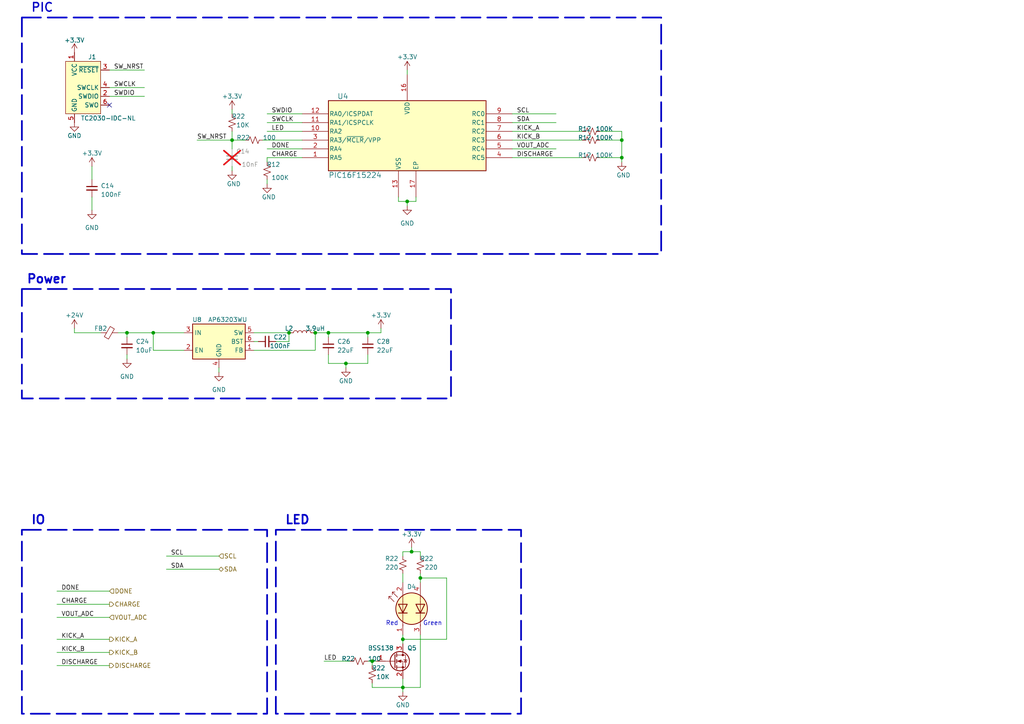
<source format=kicad_sch>
(kicad_sch (version 20230121) (generator eeschema)
  (paper "A4")
  (lib_symbols
    (symbol "Connector:Conn_ARM_SWD_TagConnect_TC2030-NL" (in_bom no)
      (property "Reference" "J" (at 2.54 11.43 0))
      (property "Value" "Conn_ARM_SWD_TagConnect_TC2030-NL" (at 2.54 8.89 0))
      (symbol "Conn_ARM_SWD_TagConnect_TC2030-NL_0_0"
        (pin power_in line (at -2.54 10.16 270) (length 2.54) (name "VCC") (number "1"))
        (pin bidirectional line (at 7.62 -2.54 180) (length 2.54) (name "SWDIO") (number "2"))
        (pin open_collector line (at 7.62 5.08 180) (length 2.54) (name "~{RESET}") (number "3"))
        (pin output line (at 7.62 0 180) (length 2.54) (name "SWCLK") (number "4"))
        (pin power_in line (at -2.54 -10.16 90) (length 2.54) (name "GND") (number "5"))
        (pin input line (at 7.62 -5.08 180) (length 2.54) (name "SWO") (number "6"))
      )
      (symbol "Conn_ARM_SWD_TagConnect_TC2030-NL_0_1"
        (rectangle (start -5.08 7.62) (end 5.08 -7.62) (fill (type background)))
      )
    )
    (symbol "Device:C_Small" (pin_numbers hide) (pin_names (offset 0.254) hide)
      (property "Reference" "C" (at 0.254 1.778 0))
      (property "Value" "C_Small" (at 0.254 -2.032 0))
      (symbol "C_Small_0_1"
        (polyline (pts (xy -1.524 -0.508) (xy 1.524 -0.508)) (stroke (width 0.3302)))
        (polyline (pts (xy -1.524 0.508) (xy 1.524 0.508)) (stroke (width 0.3048)))
      )
      (symbol "C_Small_1_1"
        (pin passive line (at 0 2.54 270) (length 2.032) (name "~") (number "1"))
        (pin passive line (at 0 -2.54 90) (length 2.032) (name "~") (number "2"))
      )
    )
    (symbol "Device:FerriteBead_Small" (pin_numbers hide) (pin_names (offset 0))
      (property "Reference" "FB" (at 1.905 1.27 0))
      (property "Value" "FerriteBead_Small" (at 1.905 -1.27 0))
      (symbol "FerriteBead_Small_0_1"
        (polyline (pts (xy 0 -1.27) (xy 0 -0.7874)))
        (polyline (pts (xy 0 0.889) (xy 0 1.2954)))
        (polyline (pts (xy -1.8288 0.2794) (xy -1.1176 1.4986) (xy 1.8288 -0.2032) (xy 1.1176 -1.4224) (xy -1.8288 0.2794)))
      )
      (symbol "FerriteBead_Small_1_1"
        (pin passive line (at 0 2.54 270) (length 1.27) (name "~") (number "1"))
        (pin passive line (at 0 -2.54 90) (length 1.27) (name "~") (number "2"))
      )
    )
    (symbol "Device:L" (pin_numbers hide) (pin_names (offset 1.016) hide)
      (property "Reference" "L" (at -1.27 0 90))
      (property "Value" "L" (at 1.905 0 90))
      (symbol "L_0_1"
        (arc (start 0 -2.54) (mid 0.6323 -1.905) (end 0 -1.27))
        (arc (start 0 -1.27) (mid 0.6323 -0.635) (end 0 0))
        (arc (start 0 0) (mid 0.6323 0.635) (end 0 1.27))
        (arc (start 0 1.27) (mid 0.6323 1.905) (end 0 2.54))
      )
      (symbol "L_1_1"
        (pin passive line (at 0 3.81 270) (length 1.27) (name "1") (number "1"))
        (pin passive line (at 0 -3.81 90) (length 1.27) (name "2") (number "2"))
      )
    )
    (symbol "Device:LED_Dual_KAKA" (pin_names (offset 0) hide)
      (property "Reference" "D" (at 0 5.715 0))
      (property "Value" "LED_Dual_KAKA" (at 0 -6.35 0))
      (symbol "LED_Dual_KAKA_0_1"
        (polyline (pts (xy -5.08 -2.54) (xy 2.032 -2.54)))
        (polyline (pts (xy -5.08 2.54) (xy 2.032 2.54)))
        (polyline (pts (xy -1.27 -1.27) (xy -1.27 -3.81)) (stroke (width 0.254)))
        (polyline (pts (xy -1.27 3.81) (xy -1.27 1.27)) (stroke (width 0.254)))
        (polyline (pts (xy 3.81 -2.54) (xy 1.905 -2.54)))
        (polyline (pts (xy 3.81 2.54) (xy 1.905 2.54)))
        (polyline (pts (xy 1.27 -1.27) (xy 1.27 -3.81) (xy -1.27 -2.54) (xy 1.27 -1.27)) (stroke (width 0.254)))
        (polyline (pts (xy 1.27 3.81) (xy 1.27 1.27) (xy -1.27 2.54) (xy 1.27 3.81)) (stroke (width 0.254)))
        (polyline (pts (xy 2.032 5.08) (xy 3.556 6.604) (xy 2.794 6.604) (xy 3.556 6.604) (xy 3.556 5.842)))
        (polyline (pts (xy 3.302 4.064) (xy 4.826 5.588) (xy 4.064 5.588) (xy 4.826 5.588) (xy 4.826 4.826)))
        (circle (center 0 0) (radius 4.572) (stroke (width 0.254)) (fill (type background)))
      )
      (symbol "LED_Dual_KAKA_1_1"
        (pin input line (at -7.62 2.54 0) (length 3.048) (name "A1") (number "1"))
        (pin input line (at 7.62 2.54 180) (length 3.81) (name "K1") (number "2"))
        (pin input line (at -7.62 -2.54 0) (length 3.048) (name "A2") (number "3"))
        (pin input line (at 7.62 -2.54 180) (length 3.81) (name "K2") (number "4"))
      )
    )
    (symbol "Device:R_Small_US" (pin_numbers hide) (pin_names (offset 0.254) hide)
      (property "Reference" "R" (at 0.762 0.508 0))
      (property "Value" "R_Small_US" (at 0.762 -1.016 0))
      (symbol "R_Small_US_1_1"
        (polyline (pts (xy 0 0) (xy 1.016 -0.381) (xy 0 -0.762) (xy -1.016 -1.143) (xy 0 -1.524)))
        (polyline (pts (xy 0 1.524) (xy 1.016 1.143) (xy 0 0.762) (xy -1.016 0.381) (xy 0 0)))
        (pin passive line (at 0 2.54 270) (length 1.016) (name "~") (number "1"))
        (pin passive line (at 0 -2.54 90) (length 1.016) (name "~") (number "2"))
      )
    )
    (symbol "PIC16F15224:PIC16F15224-I_MG" (pin_names (offset 0.254))
      (property "Reference" "U" (at 12.7 6.35 0))
      (property "Value" "PIC16F15224" (at 16.51 -16.51 0))
      (symbol "PIC16F15224-I_MG_0_1"
        (rectangle (start 7.62 5.08) (end 53.34 -15.24) (stroke (width 0.254)) (fill (type background)))
        (pin bidirectional line (at 0 -11.43 0) (length 7.62) (name "RA5") (number "1"))
        (pin bidirectional line (at 0 -3.81 0) (length 7.62) (name "RA2") (number "10"))
        (pin bidirectional line (at 0 -1.27 0) (length 7.62) (name "RA1/ICSPCLK") (number "11"))
        (pin bidirectional line (at 0 1.27 0) (length 7.62) (name "RA0/ICSPDAT") (number "12"))
        (pin power_out line (at 27.94 -22.86 90) (length 7.62) (name "VSS") (number "13"))
        (pin power_in line (at 30.48 12.7 270) (length 7.62) (name "VDD") (number "16"))
        (pin bidirectional line (at 0 -8.89 0) (length 7.62) (name "RA4") (number "2"))
        (pin bidirectional line (at 60.96 -11.43 180) (length 7.62) (name "RC5") (number "4"))
        (pin bidirectional line (at 60.96 -8.89 180) (length 7.62) (name "RC4") (number "5"))
        (pin bidirectional line (at 60.96 -6.35 180) (length 7.62) (name "RC3") (number "6"))
        (pin bidirectional line (at 60.96 -3.81 180) (length 7.62) (name "RC2") (number "7"))
        (pin bidirectional line (at 60.96 -1.27 180) (length 7.62) (name "RC1") (number "8"))
        (pin bidirectional line (at 60.96 1.27 180) (length 7.62) (name "RC0") (number "9"))
      )
      (symbol "PIC16F15224-I_MG_1_1"
        (pin no_connect line (at 49.53 -21.59 180) (length 7.62) hide (name "NC") (number "14"))
        (pin no_connect line (at 49.53 -19.05 180) (length 7.62) hide (name "NC") (number "15"))
        (pin power_out line (at 33.02 -22.86 90) (length 7.62) (name "EP") (number "17"))
        (pin bidirectional line (at 0 -6.35 0) (length 7.62) (name "RA3/~{MCLR}/VPP") (number "3"))
      )
    )
    (symbol "Regulator_Switching:AP63203WU"
      (property "Reference" "U" (at -7.62 6.35 0))
      (property "Value" "AP63203WU" (at 2.54 6.35 0))
      (symbol "AP63203WU_0_1"
        (rectangle (start -7.62 5.08) (end 7.62 -5.08) (stroke (width 0.254)) (fill (type background)))
      )
      (symbol "AP63203WU_1_1"
        (pin input line (at 10.16 -2.54 180) (length 2.54) (name "FB") (number "1"))
        (pin input line (at -10.16 -2.54 0) (length 2.54) (name "EN") (number "2"))
        (pin power_in line (at -10.16 2.54 0) (length 2.54) (name "IN") (number "3"))
        (pin power_in line (at 0 -7.62 90) (length 2.54) (name "GND") (number "4"))
        (pin output line (at 10.16 2.54 180) (length 2.54) (name "SW") (number "5"))
        (pin passive line (at 10.16 0 180) (length 2.54) (name "BST") (number "6"))
      )
    )
    (symbol "Transistor_FET:BSS138" (pin_names hide)
      (property "Reference" "Q" (at 5.08 1.905 0))
      (property "Value" "BSS138" (at 5.08 0 0))
      (symbol "BSS138_0_1"
        (polyline (pts (xy 0.254 0) (xy -2.54 0)))
        (polyline (pts (xy 0.254 1.905) (xy 0.254 -1.905)) (stroke (width 0.254)))
        (polyline (pts (xy 0.762 -1.27) (xy 0.762 -2.286)) (stroke (width 0.254)))
        (polyline (pts (xy 0.762 0.508) (xy 0.762 -0.508)) (stroke (width 0.254)))
        (polyline (pts (xy 0.762 2.286) (xy 0.762 1.27)) (stroke (width 0.254)))
        (polyline (pts (xy 2.54 2.54) (xy 2.54 1.778)))
        (polyline (pts (xy 2.54 -2.54) (xy 2.54 0) (xy 0.762 0)))
        (polyline (pts (xy 0.762 -1.778) (xy 3.302 -1.778) (xy 3.302 1.778) (xy 0.762 1.778)))
        (polyline (pts (xy 1.016 0) (xy 2.032 0.381) (xy 2.032 -0.381) (xy 1.016 0)) (fill (type outline)))
        (polyline (pts (xy 2.794 0.508) (xy 2.921 0.381) (xy 3.683 0.381) (xy 3.81 0.254)))
        (polyline (pts (xy 3.302 0.381) (xy 2.921 -0.254) (xy 3.683 -0.254) (xy 3.302 0.381)))
        (circle (center 1.651 0) (radius 2.794) (stroke (width 0.254)))
        (circle (center 2.54 -1.778) (radius 0.254) (fill (type outline)))
        (circle (center 2.54 1.778) (radius 0.254) (fill (type outline)))
      )
      (symbol "BSS138_1_1"
        (pin input line (at -5.08 0 0) (length 2.54) (name "G") (number "1"))
        (pin passive line (at 2.54 -5.08 90) (length 2.54) (name "S") (number "2"))
        (pin passive line (at 2.54 5.08 270) (length 2.54) (name "D") (number "3"))
      )
    )
    (symbol "power:+24V" (power) (pin_names (offset 0))
      (property "Value" "+24V" (at 0 3.556 0))
      (symbol "+24V_0_1"
        (polyline (pts (xy -0.762 1.27) (xy 0 2.54)))
        (polyline (pts (xy 0 0) (xy 0 2.54)))
        (polyline (pts (xy 0 2.54) (xy 0.762 1.27)))
      )
      (symbol "+24V_1_1"
        (pin power_in line (at 0 0 90) (length 0) hide (name "+24V") (number "1"))
      )
    )
    (symbol "power:+3.3V" (power) (pin_names (offset 0))
      (property "Value" "+3.3V" (at 0 3.556 0))
      (symbol "+3.3V_0_1"
        (polyline (pts (xy -0.762 1.27) (xy 0 2.54)))
        (polyline (pts (xy 0 0) (xy 0 2.54)))
        (polyline (pts (xy 0 2.54) (xy 0.762 1.27)))
      )
      (symbol "+3.3V_1_1"
        (pin power_in line (at 0 0 90) (length 0) hide (name "+3.3V") (number "1"))
      )
    )
    (symbol "power:GND" (power) (pin_names (offset 0))
      (property "Value" "GND" (at 0 -3.81 0))
      (symbol "GND_0_1"
        (polyline (pts (xy 0 0) (xy 0 -1.27) (xy 1.27 -1.27) (xy 0 -2.54) (xy -1.27 -1.27) (xy 0 -1.27)))
      )
      (symbol "GND_1_1"
        (pin power_in line (at 0 0 270) (length 0) hide (name "GND") (number "1"))
      )
    )
  )
  (junction (at 180.34 40.64))
  (junction (at 116.84 199.39))
  (junction (at 118.11 58.42))
  (junction (at 100.33 105.41))
  (junction (at 106.68 96.52))
  (junction (at 116.84 185.42))
  (junction (at 119.38 160.02))
  (junction (at 83.82 96.52))
  (junction (at 67.31 40.64))
  (junction (at 36.83 96.52))
  (junction (at 180.34 45.72))
  (junction (at 121.92 167.64))
  (junction (at 95.25 96.52))
  (junction (at 107.95 191.77))
  (junction (at 44.45 96.52))
  (junction (at 91.44 96.52))
  (no_connect (at 31.75 30.48))
  (wire (pts (xy 173.99 45.72) (xy 180.34 45.72)))
  (wire (pts (xy 16.51 193.04) (xy 31.75 193.04)))
  (wire (pts (xy 116.84 160.02) (xy 116.84 161.29)))
  (wire (pts (xy 36.83 102.87) (xy 36.83 104.14)))
  (wire (pts (xy 16.51 171.45) (xy 31.75 171.45)))
  (wire (pts (xy 80.01 99.06) (xy 83.82 99.06)))
  (wire (pts (xy 120.65 58.42) (xy 118.11 58.42)))
  (wire (pts (xy 148.59 43.18) (xy 161.29 43.18)))
  (wire (pts (xy 100.33 106.68) (xy 100.33 105.41)))
  (wire (pts (xy 119.38 158.75) (xy 119.38 160.02)))
  (wire (pts (xy 16.51 189.23) (xy 31.75 189.23)))
  (wire (pts (xy 76.2 40.64) (xy 87.63 40.64)))
  (wire (pts (xy 26.67 48.26) (xy 26.67 52.07)))
  (wire (pts (xy 116.84 184.15) (xy 116.84 185.42)))
  (wire (pts (xy 121.92 167.64) (xy 121.92 168.91)))
  (wire (pts (xy 129.54 185.42) (xy 129.54 167.64)))
  (wire (pts (xy 21.59 96.52) (xy 29.21 96.52)))
  (wire (pts (xy 148.59 33.02) (xy 161.29 33.02)))
  (wire (pts (xy 173.99 40.64) (xy 180.34 40.64)))
  (wire (pts (xy 67.31 48.26) (xy 67.31 49.53)))
  (wire (pts (xy 73.66 101.6) (xy 91.44 101.6)))
  (wire (pts (xy 116.84 200.66) (xy 116.84 199.39)))
  (wire (pts (xy 77.47 33.02) (xy 87.63 33.02)))
  (wire (pts (xy 116.84 185.42) (xy 129.54 185.42)))
  (wire (pts (xy 91.44 96.52) (xy 95.25 96.52)))
  (wire (pts (xy 83.82 99.06) (xy 83.82 96.52)))
  (wire (pts (xy 95.25 102.87) (xy 95.25 105.41)))
  (wire (pts (xy 44.45 101.6) (xy 44.45 96.52)))
  (wire (pts (xy 57.15 40.64) (xy 67.31 40.64)))
  (wire (pts (xy 67.31 31.75) (xy 67.31 33.02)))
  (wire (pts (xy 116.84 185.42) (xy 116.84 186.69)))
  (wire (pts (xy 16.51 179.07) (xy 31.75 179.07)))
  (wire (pts (xy 121.92 160.02) (xy 119.38 160.02)))
  (wire (pts (xy 77.47 45.72) (xy 77.47 46.99)))
  (wire (pts (xy 118.11 59.69) (xy 118.11 58.42)))
  (wire (pts (xy 106.68 102.87) (xy 106.68 105.41)))
  (wire (pts (xy 73.66 99.06) (xy 74.93 99.06)))
  (wire (pts (xy 110.49 96.52) (xy 110.49 95.25)))
  (wire (pts (xy 107.95 191.77) (xy 109.22 191.77)))
  (wire (pts (xy 148.59 35.56) (xy 161.29 35.56)))
  (wire (pts (xy 180.34 38.1) (xy 180.34 40.64)))
  (wire (pts (xy 91.44 101.6) (xy 91.44 96.52)))
  (wire (pts (xy 116.84 160.02) (xy 119.38 160.02)))
  (wire (pts (xy 115.57 57.15) (xy 115.57 58.42)))
  (wire (pts (xy 107.95 193.04) (xy 107.95 191.77)))
  (wire (pts (xy 31.75 27.94) (xy 41.91 27.94)))
  (wire (pts (xy 67.31 40.64) (xy 67.31 43.18)))
  (wire (pts (xy 173.99 38.1) (xy 180.34 38.1)))
  (wire (pts (xy 63.5 107.95) (xy 63.5 106.68)))
  (wire (pts (xy 148.59 40.64) (xy 168.91 40.64)))
  (wire (pts (xy 107.95 199.39) (xy 116.84 199.39)))
  (wire (pts (xy 48.26 161.29) (xy 63.5 161.29)))
  (wire (pts (xy 77.47 45.72) (xy 87.63 45.72)))
  (wire (pts (xy 95.25 105.41) (xy 100.33 105.41)))
  (wire (pts (xy 16.51 185.42) (xy 31.75 185.42)))
  (wire (pts (xy 67.31 40.64) (xy 71.12 40.64)))
  (wire (pts (xy 107.95 198.12) (xy 107.95 199.39)))
  (wire (pts (xy 77.47 35.56) (xy 87.63 35.56)))
  (wire (pts (xy 26.67 57.15) (xy 26.67 60.96)))
  (wire (pts (xy 77.47 52.07) (xy 77.47 53.34)))
  (wire (pts (xy 44.45 101.6) (xy 53.34 101.6)))
  (wire (pts (xy 93.98 191.77) (xy 101.6 191.77)))
  (wire (pts (xy 36.83 96.52) (xy 36.83 97.79)))
  (wire (pts (xy 116.84 196.85) (xy 116.84 199.39)))
  (wire (pts (xy 115.57 58.42) (xy 118.11 58.42)))
  (wire (pts (xy 21.59 96.52) (xy 21.59 95.25)))
  (wire (pts (xy 121.92 199.39) (xy 116.84 199.39)))
  (wire (pts (xy 73.66 96.52) (xy 83.82 96.52)))
  (wire (pts (xy 16.51 175.26) (xy 31.75 175.26)))
  (wire (pts (xy 116.84 166.37) (xy 116.84 168.91)))
  (wire (pts (xy 106.68 96.52) (xy 110.49 96.52)))
  (wire (pts (xy 106.68 191.77) (xy 107.95 191.77)))
  (wire (pts (xy 106.68 96.52) (xy 106.68 97.79)))
  (wire (pts (xy 180.34 46.99) (xy 180.34 45.72)))
  (wire (pts (xy 100.33 105.41) (xy 106.68 105.41)))
  (wire (pts (xy 148.59 45.72) (xy 168.91 45.72)))
  (wire (pts (xy 77.47 38.1) (xy 87.63 38.1)))
  (wire (pts (xy 36.83 96.52) (xy 44.45 96.52)))
  (wire (pts (xy 31.75 25.4) (xy 41.91 25.4)))
  (wire (pts (xy 120.65 57.15) (xy 120.65 58.42)))
  (wire (pts (xy 31.75 20.32) (xy 41.91 20.32)))
  (wire (pts (xy 44.45 96.52) (xy 53.34 96.52)))
  (wire (pts (xy 118.11 20.32) (xy 118.11 21.59)))
  (wire (pts (xy 48.26 165.1) (xy 63.5 165.1)))
  (wire (pts (xy 77.47 43.18) (xy 87.63 43.18)))
  (wire (pts (xy 121.92 166.37) (xy 121.92 167.64)))
  (wire (pts (xy 95.25 96.52) (xy 95.25 97.79)))
  (wire (pts (xy 121.92 160.02) (xy 121.92 161.29)))
  (wire (pts (xy 121.92 184.15) (xy 121.92 199.39)))
  (wire (pts (xy 148.59 38.1) (xy 168.91 38.1)))
  (wire (pts (xy 180.34 45.72) (xy 180.34 40.64)))
  (wire (pts (xy 34.29 96.52) (xy 36.83 96.52)))
  (wire (pts (xy 95.25 96.52) (xy 106.68 96.52)))
  (wire (pts (xy 67.31 38.1) (xy 67.31 40.64)))
  (wire (pts (xy 129.54 167.64) (xy 121.92 167.64)))
  (rectangle (start 6.35 5.08) (end 191.77 73.66) (stroke (width 0.5) (type dash)))
  (rectangle (start 6.35 153.67) (end 77.47 207.01) (stroke (width 0.5) (type dash)))
  (rectangle (start 6.35 83.82) (end 130.81 115.57) (stroke (width 0.5) (type dash)))
  (rectangle (start 80.01 153.67) (end 151.13 207.01) (stroke (width 0.5) (type dash)))
  (text "Green" (at 128.27 181.61 0) (effects (font (size 1.27 1.27)) (justify right bottom)))
  (text "Red" (at 115.57 181.61 0) (effects (font (size 1.27 1.27)) (justify right bottom)))
  (text "Power" (at 7.62 82.55 0) (effects (font (size 2.5 2.5) (thickness 0.5) bold) (justify left bottom)))
  (text "PIC" (at 8.89 3.81 0) (effects (font (size 2.5 2.5) (thickness 0.4) bold) (justify left bottom)))
  (text "IO" (at 8.89 152.4 0) (effects (font (size 2.5 2.5) (thickness 0.5) bold) (justify left bottom)))
  (text "LED" (at 82.55 152.4 0) (effects (font (size 2.5 2.5) (thickness 0.5) bold) (justify left bottom)))
  (label "VOUT_ADC" (at 17.78 179.07 0))
  (label "KICK_B" (at 17.78 189.23 0))
  (label "VOUT_ADC" (at 149.86 43.18 0))
  (label "SCL" (at 49.53 161.29 0))
  (label "KICK_A" (at 149.86 38.1 0))
  (label "DONE" (at 17.78 171.45 0))
  (label "KICK_A" (at 17.78 185.42 0))
  (label "SCL" (at 149.86 33.02 0))
  (label "SWCLK" (at 33.02 25.4 0))
  (label "SWCLK" (at 78.74 35.56 0))
  (label "SDA" (at 49.53 165.1 0))
  (label "SDA" (at 149.86 35.56 0))
  (label "DONE" (at 78.74 43.18 0))
  (label "KICK_B" (at 149.86 40.64 0))
  (label "CHARGE" (at 78.74 45.72 0))
  (label "SW_NRST" (at 33.02 20.32 0))
  (label "LED" (at 78.74 38.1 0))
  (label "DISCHARGE" (at 17.78 193.04 0))
  (label "LED" (at 93.98 191.77 0))
  (label "SW_NRST" (at 57.15 40.64 0))
  (label "SWDIO" (at 33.02 27.94 0))
  (label "DISCHARGE" (at 149.86 45.72 0))
  (label "SWDIO" (at 78.74 33.02 0))
  (label "CHARGE" (at 17.78 175.26 0))
  (hierarchical_label "VOUT_ADC" (shape input) (at 31.75 179.07 0))
  (hierarchical_label "KICK_B" (shape output) (at 31.75 189.23 0))
  (hierarchical_label "DONE" (shape input) (at 31.75 171.45 0))
  (hierarchical_label "DISCHARGE" (shape output) (at 31.75 193.04 0))
  (hierarchical_label "SCL" (shape input) (at 63.5 161.29 0))
  (hierarchical_label "CHARGE" (shape output) (at 31.75 175.26 0))
  (hierarchical_label "KICK_A" (shape output) (at 31.75 185.42 0))
  (hierarchical_label "SDA" (shape bidirectional) (at 63.5 165.1 0))
  (symbol (lib_id "Device:C_Small") (at 95.25 100.33 0) (unit 1)
    (property "Reference" "C26" (at 97.79 99.06 0) (effects (justify left)))
    (property "Value" "22uF" (at 97.79 101.6 0) (effects (justify left)))
    (property "Footprint" "Capacitor_SMD:C_0805_2012Metric" (effects hide))
    (property "MPN" "CL21A226MPQNNNE" (effects hide))
    (property "Description" "CAP CER 22UF 10V X5R 0805" (effects hide))
  )
  (symbol (lib_id "Device:R_Small_US") (at 171.45 38.1 270) (unit 1)
    (property "Reference" "R12" (at 167.64 38.1 90) (effects (justify left bottom)))
    (property "Value" "100K" (at 172.72 38.1 90) (effects (justify left bottom)))
    (property "Footprint" "Resistor_SMD:R_0402_1005Metric" (effects hide))
    (property "MPN" "WR04X1003FTL" (effects hide))
    (property "Description" "RES 100K OHM 1% 1/16W 0402" (effects hide))
    (instances (project "mikona" (path "" (reference "R12") (unit 1)) (path "" (reference "R5") (unit 1))) (project "Flyback" (path "" (reference "R12") (unit 1))))
  )
  (symbol (lib_id "power:+24V") (at 21.59 95.25 0) (unit 1)
    (property "Reference" "#PWR028" (effects hide))
    (property "Value" "+24V" (at 21.59 91.44 0))
  )
  (symbol (lib_id "power:GND") (at 21.59 35.56 0) (unit 1)
    (property "Reference" "#PWR?" (effects hide))
    (property "Value" "GND" (at 21.59 39.37 0))
  )
  (symbol (lib_id "power:GND") (at 26.67 60.96 0) (unit 1)
    (property "Reference" "#PWR02" (effects hide))
    (property "Value" "GND" (at 26.67 66.04 0))
  )
  (symbol (lib_id "Device:C_Small") (at 26.67 54.61 0) (unit 1)
    (property "Reference" "C14" (at 29.21 54.61 0) (effects (justify left bottom)))
    (property "Value" "100nF" (at 29.21 57.15 0) (effects (justify left bottom)))
    (property "Footprint" "Capacitor_SMD:C_0402_1005Metric" (effects hide))
    (property "MPN" "GRM155R71H104KE14J" (effects hide))
    (property "Description" "100nF 50V X7R 0402" (effects hide))
  )
  (symbol (lib_id "power:+3.3V") (at 67.31 31.75 0) (unit 1)
    (property "Reference" "#PWR0203" (effects hide))
    (property "Value" "+3.3V" (at 67.31 27.94 0))
  )
  (symbol (lib_id "PIC16F15224:PIC16F15224-I_MG") (at 87.63 34.29 0) (unit 1)
    (property "Reference" "U4" (at 97.79 27.94 0) (effects (font (size 1.524 1.524)) (justify left)))
    (property "Value" "PIC16F15224" (at 95.25 50.8 0) (effects (font (size 1.524 1.524)) (justify left)))
    (property "Footprint" "Package_DFN_QFN:VQFN-16-1EP_3x3mm_P0.5mm_EP1.1x1.1mm" (effects hide))
    (property "Datasheet" "PIC16F15224-I/MG" (effects hide))
    (property "MPN" "PIC16F15224-I/MG" (effects hide))
  )
  (symbol (lib_id "Device:FerriteBead_Small") (at 31.75 96.52 90) (unit 1)
    (property "Reference" "FB2" (at 29.21 95.25 90))
    (property "Value" "FerriteBead_Small" (effects hide))
    (property "Footprint" "Resistor_SMD:R_0603_1608Metric" (effects hide))
    (property "MPN" "BLM18KG101TN1D" (effects hide))
    (property "Description" "FERRITE BEAD 100 OHM 0603 1LN" (effects hide))
  )
  (symbol (lib_id "Device:C_Small") (at 67.31 45.72 180) (unit 1) (dnp yes)
    (property "Reference" "C14" (at 72.39 43.18 0) (effects (justify left bottom)))
    (property "Value" "10nF" (at 74.93 46.99 0) (effects (justify left bottom)))
    (property "Footprint" "Capacitor_SMD:C_0402_1005Metric" (effects hide))
    (property "MPN" "885012205067" (effects hide))
    (property "Description" "CAP CER 10000PF 50V X7R 0402" (effects hide))
  )
  (symbol (lib_id "Regulator_Switching:AP63203WU") (at 63.5 99.06 0) (unit 1)
    (property "Reference" "U8" (at 57.15 92.71 0))
    (property "Value" "AP63203WU" (at 66.04 92.71 0))
    (property "Footprint" "Package_TO_SOT_SMD:TSOT-23-6" (effects hide))
    (property "Datasheet" "https://www.diodes.com/assets/Datasheets/AP63200-AP63201-AP63203-AP63205.pdf" (effects hide))
    (property "MPN" "AP63203WU-7" (effects hide))
  )
  (symbol (lib_id "power:GND") (at 67.31 49.53 0) (unit 1)
    (property "Reference" "#PWR011" (effects hide))
    (property "Value" "GND" (at 69.85 53.34 0) (effects (justify right)))
  )
  (symbol (lib_id "Device:C_Small") (at 36.83 100.33 0) (unit 1)
    (property "Reference" "C24" (at 39.37 99.06 0) (effects (justify left)))
    (property "Value" "10uF" (at 39.37 101.6 0) (effects (justify left)))
    (property "Footprint" "Capacitor_SMD:C_0603_1608Metric" (effects hide))
    (property "MPN" "GRM188R6YA106MA73D" (effects hide))
    (property "Description" "CAP CER 10UF 35V X5R 0603" (effects hide))
  )
  (symbol (lib_id "Device:C_Small") (at 106.68 100.33 0) (unit 1)
    (property "Reference" "C28" (at 109.22 99.06 0) (effects (justify left)))
    (property "Value" "22uF" (at 109.22 101.6 0) (effects (justify left)))
    (property "Footprint" "Capacitor_SMD:C_0805_2012Metric" (effects hide))
    (property "MPN" "CL21A226MPQNNNE" (effects hide))
    (property "Description" "CAP CER 22UF 10V X5R 0805" (effects hide))
  )
  (symbol (lib_id "Device:R_Small_US") (at 171.45 40.64 270) (unit 1)
    (property "Reference" "R12" (at 167.64 40.64 90) (effects (justify left bottom)))
    (property "Value" "100K" (at 172.72 40.64 90) (effects (justify left bottom)))
    (property "Footprint" "Resistor_SMD:R_0402_1005Metric" (effects hide))
    (property "MPN" "WR04X1003FTL" (effects hide))
    (property "Description" "RES 100K OHM 1% 1/16W 0402" (effects hide))
    (instances (project "mikona" (path "" (reference "R12") (unit 1)) (path "" (reference "R13") (unit 1))) (project "Flyback" (path "" (reference "R12") (unit 1))))
  )
  (symbol (lib_id "Device:R_Small_US") (at 171.45 45.72 270) (unit 1)
    (property "Reference" "R12" (at 167.64 45.72 90) (effects (justify left bottom)))
    (property "Value" "100K" (at 172.72 45.72 90) (effects (justify left bottom)))
    (property "Footprint" "Resistor_SMD:R_0402_1005Metric" (effects hide))
    (property "MPN" "WR04X1003FTL" (effects hide))
    (property "Description" "RES 100K OHM 1% 1/16W 0402" (effects hide))
    (instances (project "mikona" (path "" (reference "R12") (unit 1)) (path "" (reference "R18") (unit 1))) (project "Flyback" (path "" (reference "R12") (unit 1))))
  )
  (symbol (lib_id "Device:R_Small_US") (at 73.66 40.64 270) (unit 1)
    (property "Reference" "R22" (at 68.58 40.64 90) (effects (justify left bottom)))
    (property "Value" "100" (at 76.2 40.64 90) (effects (justify left bottom)))
    (property "Footprint" "Resistor_SMD:R_0402_1005Metric" (effects hide))
    (property "MPN" "ERJ-2RKF1000X" (effects hide))
  )
  (symbol (lib_id "Device:LED_Dual_KAKA") (at 119.38 176.53 90) (unit 1)
    (property "Reference" "D4" (at 119.38 170.18 90))
    (property "Value" "LED Dual" (effects hide))
    (property "Footprint" "LED_SMD:LED_Avago_PLCC4_3.2x2.8mm_CW" (effects hide))
    (property "MPN" "LTST-E682KRKGWT" (effects hide))
  )
  (symbol (lib_id "Device:R_Small_US") (at 104.14 191.77 270) (unit 1)
    (property "Reference" "R22" (at 99.06 191.77 90) (effects (justify left bottom)))
    (property "Value" "100" (at 106.68 191.77 90) (effects (justify left bottom)))
    (property "Footprint" "Resistor_SMD:R_0402_1005Metric" (effects hide))
    (property "MPN" "ERJ-2RKF1000X" (effects hide))
  )
  (symbol (lib_id "Transistor_FET:BSS138") (at 114.3 191.77 0) (unit 1)
    (property "Reference" "Q5" (at 118.11 187.96 0) (effects (justify left)))
    (property "Value" "BSS138" (at 106.68 187.96 0) (effects (justify left)))
    (property "Footprint" "Package_TO_SOT_SMD:SOT-23" (effects hide))
    (property "Datasheet" "https://www.onsemi.com/pub/Collateral/BSS138-D.PDF" (effects hide))
    (property "MPN" "BSS138-7-F" (effects hide))
    (instances (project "mikona" (path "" (reference "Q5") (unit 1))) (project "main-board" (path "" (reference "Q2") (unit 1)) (path "" (reference "Q501") (unit 1))))
  )
  (symbol (lib_id "power:+3.3V") (at 110.49 95.25 0) (unit 1)
    (property "Reference" "#PWR0205" (effects hide))
    (property "Value" "+3.3V" (at 110.49 91.44 0))
  )
  (symbol (lib_id "power:+3.3V") (at 21.59 15.24 0) (unit 1)
    (property "Reference" "#PWR?" (effects hide))
    (property "Value" "+3.3V" (at 21.59 11.684 0))
  )
  (symbol (lib_id "Device:L") (at 87.63 96.52 90) (unit 1)
    (property "Reference" "L2" (at 83.82 95.25 90))
    (property "Value" "3.9uH" (at 91.44 95.25 90))
    (property "Footprint" "Inductor_SMD:L_Bourns-SRN6028" (effects hide))
    (property "MPN" "SRN6028C-3R9M" (effects hide))
    (property "Description" "FIXED IND 3.9UH 3A 38 MOHM SMD" (effects hide))
  )
  (symbol (lib_id "Device:R_Small_US") (at 77.47 49.53 180) (unit 1)
    (property "Reference" "R12" (at 81.28 46.99 0) (effects (justify left bottom)))
    (property "Value" "100K" (at 83.82 50.8 0) (effects (justify left bottom)))
    (property "Footprint" "Resistor_SMD:R_0402_1005Metric" (effects hide))
    (property "MPN" "WR04X1003FTL" (effects hide))
    (property "Description" "RES 100K OHM 1% 1/16W 0402" (effects hide))
    (instances (project "mikona" (path "" (reference "R12") (unit 1)) (path "" (reference "R19") (unit 1))) (project "Flyback" (path "" (reference "R12") (unit 1))))
  )
  (symbol (lib_id "power:+3.3V") (at 26.67 48.26 0) (unit 1)
    (property "Reference" "#PWR01" (effects hide))
    (property "Value" "+3.3V" (at 26.67 44.45 0))
  )
  (symbol (lib_id "Device:R_Small_US") (at 67.31 35.56 180) (unit 1)
    (property "Reference" "R22" (at 71.12 33.02 0) (effects (justify left bottom)))
    (property "Value" "10K" (at 72.39 35.56 0) (effects (justify left bottom)))
    (property "Footprint" "Resistor_SMD:R_0402_1005Metric" (effects hide))
    (property "MPN" "RC1005F103CS" (effects hide))
    (property "Description" "RES SMD 10K OHM 1% 1/16W 0402" (effects hide))
  )
  (symbol (lib_id "power:GND") (at 77.47 53.34 0) (unit 1)
    (property "Reference" "#PWR0204" (effects hide))
    (property "Value" "GND" (at 80.01 57.15 0) (effects (justify right)))
  )
  (symbol (lib_id "power:GND") (at 100.33 106.68 0) (unit 1)
    (property "Reference" "#PWR031" (effects hide))
    (property "Value" "GND" (at 100.33 110.49 0))
  )
  (symbol (lib_id "Connector:Conn_ARM_SWD_TagConnect_TC2030-NL") (at 24.13 25.4 0) (unit 1)
    (property "Reference" "J1" (at 27.94 16.51 0) (effects (justify right)))
    (property "Value" "TC2030-IDC-NL" (at 39.37 34.29 0) (effects (justify right)))
    (property "Footprint" "Connector:Tag-Connect_TC2030-IDC-NL_2x03_P1.27mm_Vertical" (effects hide))
    (property "Datasheet" "https://www.tag-connect.com/wp-content/uploads/bsk-pdf-manager/TC2030-CTX_1.pdf" (effects hide))
    (property "MPN" "TC2030-IDC-NL" (effects hide))
    (property "Description" "TC2030-IDC-NL" (effects hide))
  )
  (symbol (lib_id "Device:R_Small_US") (at 107.95 195.58 180) (unit 1)
    (property "Reference" "R22" (at 111.76 193.04 0) (effects (justify left bottom)))
    (property "Value" "10K" (at 113.03 195.58 0) (effects (justify left bottom)))
    (property "Footprint" "Resistor_SMD:R_0402_1005Metric" (effects hide))
    (property "MPN" "RC1005F103CS" (effects hide))
    (property "Description" "RES SMD 10K OHM 1% 1/16W 0402" (effects hide))
  )
  (symbol (lib_id "power:GND") (at 116.84 200.66 0) (unit 1)
    (property "Reference" "#PWR03" (effects hide))
    (property "Value" "GND" (at 116.84 204.47 0))
  )
  (symbol (lib_id "Device:R_Small_US") (at 116.84 163.83 180) (unit 1)
    (property "Reference" "R22" (at 115.57 161.29 0) (effects (justify left bottom)))
    (property "Value" "220" (at 115.57 163.83 0) (effects (justify left bottom)))
    (property "Footprint" "Resistor_SMD:R_0402_1005Metric" (effects hide))
    (property "MPN" "ERJ-U02F2200X" (effects hide))
  )
  (symbol (lib_id "Device:R_Small_US") (at 121.92 163.83 180) (unit 1)
    (property "Reference" "R22" (at 125.73 161.29 0) (effects (justify left bottom)))
    (property "Value" "220" (at 127 163.83 0) (effects (justify left bottom)))
    (property "Footprint" "Resistor_SMD:R_0402_1005Metric" (effects hide))
    (property "MPN" "ERJ-U02F2200X" (effects hide))
  )
  (symbol (lib_id "power:+3.3V") (at 118.11 20.32 0) (unit 1)
    (property "Reference" "#PWR0201" (effects hide))
    (property "Value" "+3.3V" (at 118.11 16.51 0))
  )
  (symbol (lib_id "power:GND") (at 63.5 107.95 0) (unit 1)
    (property "Reference" "#PWR027" (effects hide))
    (property "Value" "GND" (at 63.5 113.03 0))
  )
  (symbol (lib_id "Device:C_Small") (at 77.47 99.06 90) (unit 1)
    (property "Reference" "C22" (at 81.28 97.79 90))
    (property "Value" "100nF" (at 81.28 100.33 90))
    (property "Footprint" "Capacitor_SMD:C_0402_1005Metric" (effects hide))
    (property "MPN" "GRM155R71H104KE14J" (effects hide))
    (property "Description" "100nF 50V X7R 0402" (effects hide))
  )
  (symbol (lib_id "power:+3.3V") (at 119.38 158.75 0) (unit 1)
    (property "Reference" "#PWR05" (effects hide))
    (property "Value" "+3.3V" (at 119.38 154.94 0))
  )
  (symbol (lib_id "power:GND") (at 180.34 46.99 0) (unit 1)
    (property "Reference" "#PWR066" (effects hide))
    (property "Value" "GND" (at 182.88 50.8 0) (effects (justify right)))
  )
  (symbol (lib_id "power:GND") (at 36.83 104.14 0) (unit 1)
    (property "Reference" "#PWR029" (effects hide))
    (property "Value" "GND" (at 36.83 109.22 0))
  )
  (symbol (lib_id "power:GND") (at 118.11 59.69 0) (unit 1)
    (property "Reference" "#PWR0202" (effects hide))
    (property "Value" "GND" (at 118.11 64.77 0))
  )
)
</source>
